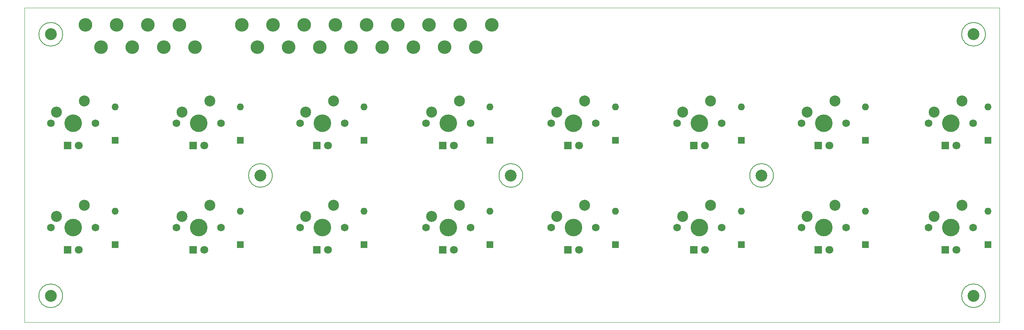
<source format=gts>
%TF.GenerationSoftware,KiCad,Pcbnew,8.0.6*%
%TF.CreationDate,2024-11-10T21:08:49-06:00*%
%TF.ProjectId,micro_midi,6d696372-6f5f-46d6-9964-692e6b696361,rev?*%
%TF.SameCoordinates,Original*%
%TF.FileFunction,Soldermask,Top*%
%TF.FilePolarity,Negative*%
%FSLAX46Y46*%
G04 Gerber Fmt 4.6, Leading zero omitted, Abs format (unit mm)*
G04 Created by KiCad (PCBNEW 8.0.6) date 2024-11-10 21:08:49*
%MOMM*%
%LPD*%
G01*
G04 APERTURE LIST*
%ADD10C,1.750000*%
%ADD11C,4.000000*%
%ADD12C,2.500000*%
%ADD13R,1.800000X1.800000*%
%ADD14C,1.800000*%
%ADD15O,3.101600X3.101600*%
%ADD16R,1.600000X1.600000*%
%ADD17O,1.600000X1.600000*%
%ADD18C,2.700000*%
%ADD19C,0.150000*%
%TA.AperFunction,Profile*%
%ADD20C,0.050000*%
%TD*%
G04 APERTURE END LIST*
D10*
%TO.C,S16*%
X241723076Y-115441549D03*
D11*
X246803076Y-115441549D03*
D10*
X251883076Y-115441549D03*
D12*
X242993076Y-112901549D03*
X249343076Y-110361549D03*
%TD*%
D13*
%TO.C,D18*%
X74083076Y-96709049D03*
D14*
X76623076Y-96709049D03*
%TD*%
D15*
%TO.C,C1*%
X56698076Y-69150049D03*
%TD*%
D13*
%TO.C,D24*%
X245533076Y-96709049D03*
D14*
X248073076Y-96709049D03*
%TD*%
D13*
%TO.C,D22*%
X188253076Y-96709049D03*
D14*
X190793076Y-96709049D03*
%TD*%
D13*
%TO.C,D30*%
X188253076Y-120521549D03*
D14*
X190793076Y-120521549D03*
%TD*%
D15*
%TO.C,L12*%
X127898076Y-69150049D03*
%TD*%
%TO.C,C2*%
X63818076Y-69150049D03*
%TD*%
D13*
%TO.C,D19*%
X102273076Y-96709049D03*
D14*
X104813076Y-96709049D03*
%TD*%
D15*
%TO.C,L2*%
X92298076Y-69150049D03*
%TD*%
%TO.C,R0*%
X53138076Y-74230049D03*
%TD*%
D10*
%TO.C,S12*%
X127163076Y-115441549D03*
D11*
X132243076Y-115441549D03*
D10*
X137323076Y-115441549D03*
D12*
X128433076Y-112901549D03*
X134783076Y-110361549D03*
%TD*%
D15*
%TO.C,L11*%
X124338076Y-74230049D03*
%TD*%
D13*
%TO.C,D20*%
X130973076Y-96709049D03*
D14*
X133513076Y-96709049D03*
%TD*%
D15*
%TO.C,L5*%
X102978076Y-74230049D03*
%TD*%
D13*
%TO.C,D25*%
X45503076Y-120521549D03*
D14*
X48043076Y-120521549D03*
%TD*%
D10*
%TO.C,S1*%
X41693076Y-91629049D03*
D11*
X46773076Y-91629049D03*
D10*
X51853076Y-91629049D03*
D12*
X42963076Y-89089049D03*
X49313076Y-86549049D03*
%TD*%
D10*
%TO.C,S8*%
X241723076Y-91629049D03*
D11*
X246803076Y-91629049D03*
D10*
X251883076Y-91629049D03*
D12*
X242993076Y-89089049D03*
X249343076Y-86549049D03*
%TD*%
D10*
%TO.C,S10*%
X70273076Y-115441549D03*
D11*
X75353076Y-115441549D03*
D10*
X80433076Y-115441549D03*
D12*
X71543076Y-112901549D03*
X77893076Y-110361549D03*
%TD*%
D13*
%TO.C,D27*%
X102273076Y-120521549D03*
D14*
X104813076Y-120521549D03*
%TD*%
D13*
%TO.C,D31*%
X216573076Y-120521549D03*
D14*
X219113076Y-120521549D03*
%TD*%
D15*
%TO.C,L1*%
X88738076Y-74230049D03*
%TD*%
%TO.C,L0*%
X85178076Y-69150049D03*
%TD*%
D10*
%TO.C,S15*%
X212763076Y-115441549D03*
D11*
X217843076Y-115441549D03*
D10*
X222923076Y-115441549D03*
D12*
X214033076Y-112901549D03*
X220383076Y-110361549D03*
%TD*%
D15*
%TO.C,L10*%
X120778076Y-69150049D03*
%TD*%
%TO.C,L4*%
X99418076Y-69150049D03*
%TD*%
%TO.C,C3*%
X70938076Y-69150049D03*
%TD*%
D10*
%TO.C,S2*%
X70273076Y-91629049D03*
D11*
X75353076Y-91629049D03*
D10*
X80433076Y-91629049D03*
D12*
X71543076Y-89089049D03*
X77893076Y-86549049D03*
%TD*%
D10*
%TO.C,S5*%
X155743076Y-91629049D03*
D11*
X160823076Y-91629049D03*
D10*
X165903076Y-91629049D03*
D12*
X157013076Y-89089049D03*
X163363076Y-86549049D03*
%TD*%
D15*
%TO.C,L8*%
X113658076Y-69150049D03*
%TD*%
%TO.C,L13*%
X131458076Y-74230049D03*
%TD*%
D10*
%TO.C,S7*%
X212763076Y-91629049D03*
D11*
X217843076Y-91629049D03*
D10*
X222923076Y-91629049D03*
D12*
X214033076Y-89089049D03*
X220383076Y-86549049D03*
%TD*%
D15*
%TO.C,R1*%
X60258076Y-74230049D03*
%TD*%
%TO.C,L6*%
X106538076Y-69150049D03*
%TD*%
%TO.C,L7*%
X110098076Y-74230049D03*
%TD*%
%TO.C,R2*%
X67378076Y-74230049D03*
%TD*%
D10*
%TO.C,S4*%
X127163076Y-91629049D03*
D11*
X132243076Y-91629049D03*
D10*
X137323076Y-91629049D03*
D12*
X128433076Y-89089049D03*
X134783076Y-86549049D03*
%TD*%
D10*
%TO.C,S13*%
X155743076Y-115441549D03*
D11*
X160823076Y-115441549D03*
D10*
X165903076Y-115441549D03*
D12*
X157013076Y-112901549D03*
X163363076Y-110361549D03*
%TD*%
D15*
%TO.C,L15*%
X138578076Y-74230049D03*
%TD*%
%TO.C,GND1*%
X142138076Y-69150049D03*
%TD*%
D10*
%TO.C,S14*%
X184443076Y-115441549D03*
D11*
X189523076Y-115441549D03*
D10*
X194603076Y-115441549D03*
D12*
X185713076Y-112901549D03*
X192063076Y-110361549D03*
%TD*%
D15*
%TO.C,C0*%
X49578076Y-69150049D03*
%TD*%
D10*
%TO.C,S3*%
X98463076Y-91629049D03*
D11*
X103543076Y-91629049D03*
D10*
X108623076Y-91629049D03*
D12*
X99733076Y-89089049D03*
X106083076Y-86549049D03*
%TD*%
D13*
%TO.C,D28*%
X130973076Y-120521549D03*
D14*
X133513076Y-120521549D03*
%TD*%
D13*
%TO.C,D26*%
X74083076Y-120521549D03*
D14*
X76623076Y-120521549D03*
%TD*%
D13*
%TO.C,D21*%
X159553076Y-96709049D03*
D14*
X162093076Y-96709049D03*
%TD*%
D15*
%TO.C,R3*%
X74498076Y-74230049D03*
%TD*%
D13*
%TO.C,D23*%
X216573076Y-96709049D03*
D14*
X219113076Y-96709049D03*
%TD*%
D15*
%TO.C,L14*%
X135018076Y-69150049D03*
%TD*%
D13*
%TO.C,D17*%
X45503076Y-96709049D03*
D14*
X48043076Y-96709049D03*
%TD*%
D13*
%TO.C,D32*%
X245533076Y-120521549D03*
D14*
X248073076Y-120521549D03*
%TD*%
D10*
%TO.C,S9*%
X41693076Y-115441549D03*
D11*
X46773076Y-115441549D03*
D10*
X51853076Y-115441549D03*
D12*
X42963076Y-112901549D03*
X49313076Y-110361549D03*
%TD*%
D10*
%TO.C,S11*%
X98463076Y-115441549D03*
D11*
X103543076Y-115441549D03*
D10*
X108623076Y-115441549D03*
D12*
X99733076Y-112901549D03*
X106083076Y-110361549D03*
%TD*%
D10*
%TO.C,S6*%
X184443076Y-91629049D03*
D11*
X189523076Y-91629049D03*
D10*
X194603076Y-91629049D03*
D12*
X185713076Y-89089049D03*
X192063076Y-86549049D03*
%TD*%
D15*
%TO.C,L3*%
X95858076Y-74230049D03*
%TD*%
D13*
%TO.C,D29*%
X159553076Y-120521549D03*
D14*
X162093076Y-120521549D03*
%TD*%
D15*
%TO.C,L9*%
X117218076Y-74230049D03*
%TD*%
D16*
%TO.C,D2*%
X84878076Y-95536549D03*
D17*
X84878076Y-87916549D03*
%TD*%
D16*
%TO.C,D7*%
X227378076Y-95536549D03*
D17*
X227378076Y-87916549D03*
%TD*%
D16*
%TO.C,D9*%
X56298076Y-119349049D03*
D17*
X56298076Y-111729049D03*
%TD*%
D16*
%TO.C,D1*%
X56298076Y-95536549D03*
D17*
X56298076Y-87916549D03*
%TD*%
D16*
%TO.C,D5*%
X170348076Y-95536549D03*
D17*
X170348076Y-87916549D03*
%TD*%
D16*
%TO.C,D10*%
X84878076Y-119349049D03*
D17*
X84878076Y-111729049D03*
%TD*%
D16*
%TO.C,D15*%
X227378076Y-119349049D03*
D17*
X227378076Y-111729049D03*
%TD*%
D16*
%TO.C,D8*%
X255328076Y-95536549D03*
D17*
X255328076Y-87916549D03*
%TD*%
D16*
%TO.C,D3*%
X113068076Y-95536549D03*
D17*
X113068076Y-87916549D03*
%TD*%
D16*
%TO.C,D4*%
X141768076Y-95536549D03*
D17*
X141768076Y-87916549D03*
%TD*%
D16*
%TO.C,D13*%
X170348076Y-119349049D03*
D17*
X170348076Y-111729049D03*
%TD*%
D16*
%TO.C,D6*%
X199048076Y-95536549D03*
D17*
X199048076Y-87916549D03*
%TD*%
D16*
%TO.C,D16*%
X255328076Y-119349049D03*
D17*
X255328076Y-111729049D03*
%TD*%
D16*
%TO.C,D11*%
X113068076Y-119349049D03*
D17*
X113068076Y-111729049D03*
%TD*%
D16*
%TO.C,D14*%
X199048076Y-119349049D03*
D17*
X199048076Y-111729049D03*
%TD*%
D16*
%TO.C,D12*%
X141768076Y-119349049D03*
D17*
X141768076Y-111729049D03*
%TD*%
D18*
%TO.C,REF\u002A\u002A*%
X203683076Y-103535549D03*
%TD*%
%TO.C,REF\u002A\u002A*%
X146533076Y-103535549D03*
%TD*%
%TO.C,REF\u002A\u002A*%
X89448076Y-103535549D03*
%TD*%
%TO.C,REF\u002A\u002A*%
X41663076Y-71334049D03*
%TD*%
%TO.C,REF\u002A\u002A*%
X252003076Y-71334049D03*
%TD*%
%TO.C,REF\u002A\u002A*%
X252003076Y-130966049D03*
%TD*%
%TO.C,REF\u002A\u002A*%
X41643076Y-130986049D03*
%TD*%
D19*
%TO.C,REF\u002A\u002A*%
X206383076Y-103535549D02*
G75*
G02*
X200983076Y-103535549I-2700000J0D01*
G01*
X200983076Y-103535549D02*
G75*
G02*
X206383076Y-103535549I2700000J0D01*
G01*
X149233076Y-103535549D02*
G75*
G02*
X143833076Y-103535549I-2700000J0D01*
G01*
X143833076Y-103535549D02*
G75*
G02*
X149233076Y-103535549I2700000J0D01*
G01*
X92148076Y-103535549D02*
G75*
G02*
X86748076Y-103535549I-2700000J0D01*
G01*
X86748076Y-103535549D02*
G75*
G02*
X92148076Y-103535549I2700000J0D01*
G01*
X44363076Y-71334049D02*
G75*
G02*
X38963076Y-71334049I-2700000J0D01*
G01*
X38963076Y-71334049D02*
G75*
G02*
X44363076Y-71334049I2700000J0D01*
G01*
X254703076Y-71334049D02*
G75*
G02*
X249303076Y-71334049I-2700000J0D01*
G01*
X249303076Y-71334049D02*
G75*
G02*
X254703076Y-71334049I2700000J0D01*
G01*
X254703076Y-130966049D02*
G75*
G02*
X249303076Y-130966049I-2700000J0D01*
G01*
X249303076Y-130966049D02*
G75*
G02*
X254703076Y-130966049I2700000J0D01*
G01*
X44343076Y-130986049D02*
G75*
G02*
X38943076Y-130986049I-2700000J0D01*
G01*
X38943076Y-130986049D02*
G75*
G02*
X44343076Y-130986049I2700000J0D01*
G01*
%TD*%
D20*
X35663076Y-65334049D02*
X257913076Y-65334049D01*
X257913076Y-136966049D01*
X35663076Y-136966049D01*
X35663076Y-65334049D01*
M02*

</source>
